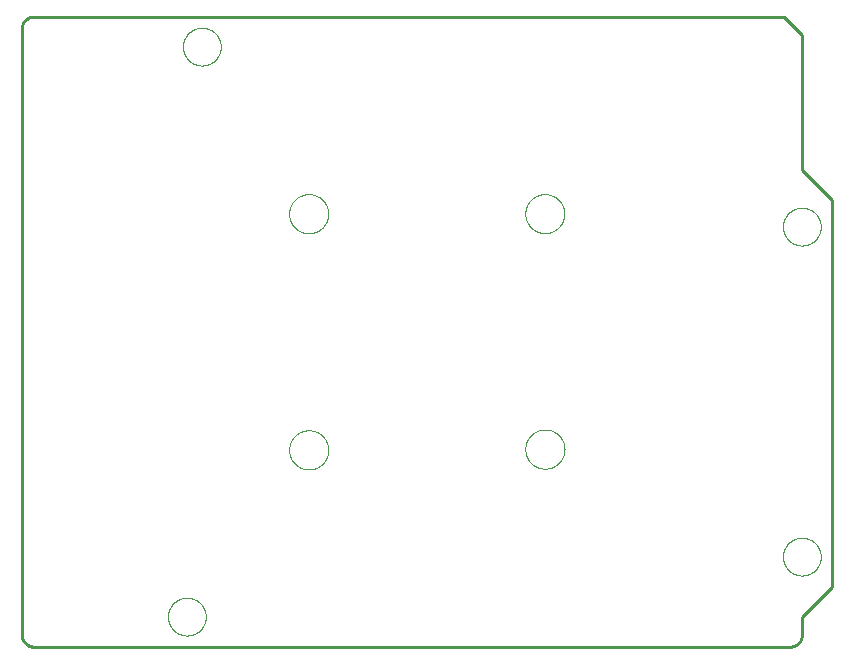
<source format=gbp>
G75*
%MOIN*%
%OFA0B0*%
%FSLAX25Y25*%
%IPPOS*%
%LPD*%
%AMOC8*
5,1,8,0,0,1.08239X$1,22.5*
%
%ADD10C,0.01000*%
%ADD11C,0.00000*%
%ADD12C,0.00039*%
D10*
X0008350Y0009237D02*
X0008350Y0211363D01*
X0008352Y0211487D01*
X0008358Y0211610D01*
X0008367Y0211734D01*
X0008381Y0211856D01*
X0008398Y0211979D01*
X0008420Y0212101D01*
X0008445Y0212222D01*
X0008474Y0212342D01*
X0008506Y0212461D01*
X0008543Y0212580D01*
X0008583Y0212697D01*
X0008626Y0212812D01*
X0008674Y0212927D01*
X0008725Y0213039D01*
X0008779Y0213150D01*
X0008837Y0213260D01*
X0008898Y0213367D01*
X0008963Y0213473D01*
X0009031Y0213576D01*
X0009102Y0213677D01*
X0009176Y0213776D01*
X0009253Y0213873D01*
X0009334Y0213967D01*
X0009417Y0214058D01*
X0009503Y0214147D01*
X0009592Y0214233D01*
X0009683Y0214316D01*
X0009777Y0214397D01*
X0009874Y0214474D01*
X0009973Y0214548D01*
X0010074Y0214619D01*
X0010177Y0214687D01*
X0010283Y0214752D01*
X0010390Y0214813D01*
X0010500Y0214871D01*
X0010611Y0214925D01*
X0010723Y0214976D01*
X0010838Y0215024D01*
X0010953Y0215067D01*
X0011070Y0215107D01*
X0011189Y0215144D01*
X0011308Y0215176D01*
X0011428Y0215205D01*
X0011549Y0215230D01*
X0011671Y0215252D01*
X0011794Y0215269D01*
X0011916Y0215283D01*
X0012040Y0215292D01*
X0012163Y0215298D01*
X0012287Y0215300D01*
X0262350Y0215300D01*
X0268350Y0209300D01*
X0268350Y0164300D01*
X0278350Y0154300D01*
X0278350Y0025300D01*
X0268350Y0015300D01*
X0268350Y0009237D01*
X0268348Y0009113D01*
X0268342Y0008990D01*
X0268333Y0008866D01*
X0268319Y0008744D01*
X0268302Y0008621D01*
X0268280Y0008499D01*
X0268255Y0008378D01*
X0268226Y0008258D01*
X0268194Y0008139D01*
X0268157Y0008020D01*
X0268117Y0007903D01*
X0268074Y0007788D01*
X0268026Y0007673D01*
X0267975Y0007561D01*
X0267921Y0007450D01*
X0267863Y0007340D01*
X0267802Y0007233D01*
X0267737Y0007127D01*
X0267669Y0007024D01*
X0267598Y0006923D01*
X0267524Y0006824D01*
X0267447Y0006727D01*
X0267366Y0006633D01*
X0267283Y0006542D01*
X0267197Y0006453D01*
X0267108Y0006367D01*
X0267017Y0006284D01*
X0266923Y0006203D01*
X0266826Y0006126D01*
X0266727Y0006052D01*
X0266626Y0005981D01*
X0266523Y0005913D01*
X0266417Y0005848D01*
X0266310Y0005787D01*
X0266200Y0005729D01*
X0266089Y0005675D01*
X0265977Y0005624D01*
X0265862Y0005576D01*
X0265747Y0005533D01*
X0265630Y0005493D01*
X0265511Y0005456D01*
X0265392Y0005424D01*
X0265272Y0005395D01*
X0265151Y0005370D01*
X0265029Y0005348D01*
X0264906Y0005331D01*
X0264784Y0005317D01*
X0264660Y0005308D01*
X0264537Y0005302D01*
X0264413Y0005300D01*
X0012287Y0005300D01*
X0012163Y0005302D01*
X0012040Y0005308D01*
X0011916Y0005317D01*
X0011794Y0005331D01*
X0011671Y0005348D01*
X0011549Y0005370D01*
X0011428Y0005395D01*
X0011308Y0005424D01*
X0011189Y0005456D01*
X0011070Y0005493D01*
X0010953Y0005533D01*
X0010838Y0005576D01*
X0010723Y0005624D01*
X0010611Y0005675D01*
X0010500Y0005729D01*
X0010390Y0005787D01*
X0010283Y0005848D01*
X0010177Y0005913D01*
X0010074Y0005981D01*
X0009973Y0006052D01*
X0009874Y0006126D01*
X0009777Y0006203D01*
X0009683Y0006284D01*
X0009592Y0006367D01*
X0009503Y0006453D01*
X0009417Y0006542D01*
X0009334Y0006633D01*
X0009253Y0006727D01*
X0009176Y0006824D01*
X0009102Y0006923D01*
X0009031Y0007024D01*
X0008963Y0007127D01*
X0008898Y0007233D01*
X0008837Y0007340D01*
X0008779Y0007450D01*
X0008725Y0007561D01*
X0008674Y0007673D01*
X0008626Y0007788D01*
X0008583Y0007903D01*
X0008543Y0008020D01*
X0008506Y0008139D01*
X0008474Y0008258D01*
X0008445Y0008378D01*
X0008420Y0008499D01*
X0008398Y0008621D01*
X0008381Y0008744D01*
X0008367Y0008866D01*
X0008358Y0008990D01*
X0008352Y0009113D01*
X0008350Y0009237D01*
D11*
X0057051Y0015300D02*
X0057053Y0015458D01*
X0057059Y0015616D01*
X0057069Y0015774D01*
X0057083Y0015932D01*
X0057101Y0016089D01*
X0057122Y0016246D01*
X0057148Y0016402D01*
X0057178Y0016558D01*
X0057211Y0016713D01*
X0057249Y0016866D01*
X0057290Y0017019D01*
X0057335Y0017171D01*
X0057384Y0017322D01*
X0057437Y0017471D01*
X0057493Y0017619D01*
X0057553Y0017765D01*
X0057617Y0017910D01*
X0057685Y0018053D01*
X0057756Y0018195D01*
X0057830Y0018335D01*
X0057908Y0018472D01*
X0057990Y0018608D01*
X0058074Y0018742D01*
X0058163Y0018873D01*
X0058254Y0019002D01*
X0058349Y0019129D01*
X0058446Y0019254D01*
X0058547Y0019376D01*
X0058651Y0019495D01*
X0058758Y0019612D01*
X0058868Y0019726D01*
X0058981Y0019837D01*
X0059096Y0019946D01*
X0059214Y0020051D01*
X0059335Y0020153D01*
X0059458Y0020253D01*
X0059584Y0020349D01*
X0059712Y0020442D01*
X0059842Y0020532D01*
X0059975Y0020618D01*
X0060110Y0020702D01*
X0060246Y0020781D01*
X0060385Y0020858D01*
X0060526Y0020930D01*
X0060668Y0021000D01*
X0060812Y0021065D01*
X0060958Y0021127D01*
X0061105Y0021185D01*
X0061254Y0021240D01*
X0061404Y0021291D01*
X0061555Y0021338D01*
X0061707Y0021381D01*
X0061860Y0021420D01*
X0062015Y0021456D01*
X0062170Y0021487D01*
X0062326Y0021515D01*
X0062482Y0021539D01*
X0062639Y0021559D01*
X0062797Y0021575D01*
X0062954Y0021587D01*
X0063113Y0021595D01*
X0063271Y0021599D01*
X0063429Y0021599D01*
X0063587Y0021595D01*
X0063746Y0021587D01*
X0063903Y0021575D01*
X0064061Y0021559D01*
X0064218Y0021539D01*
X0064374Y0021515D01*
X0064530Y0021487D01*
X0064685Y0021456D01*
X0064840Y0021420D01*
X0064993Y0021381D01*
X0065145Y0021338D01*
X0065296Y0021291D01*
X0065446Y0021240D01*
X0065595Y0021185D01*
X0065742Y0021127D01*
X0065888Y0021065D01*
X0066032Y0021000D01*
X0066174Y0020930D01*
X0066315Y0020858D01*
X0066454Y0020781D01*
X0066590Y0020702D01*
X0066725Y0020618D01*
X0066858Y0020532D01*
X0066988Y0020442D01*
X0067116Y0020349D01*
X0067242Y0020253D01*
X0067365Y0020153D01*
X0067486Y0020051D01*
X0067604Y0019946D01*
X0067719Y0019837D01*
X0067832Y0019726D01*
X0067942Y0019612D01*
X0068049Y0019495D01*
X0068153Y0019376D01*
X0068254Y0019254D01*
X0068351Y0019129D01*
X0068446Y0019002D01*
X0068537Y0018873D01*
X0068626Y0018742D01*
X0068710Y0018608D01*
X0068792Y0018472D01*
X0068870Y0018335D01*
X0068944Y0018195D01*
X0069015Y0018053D01*
X0069083Y0017910D01*
X0069147Y0017765D01*
X0069207Y0017619D01*
X0069263Y0017471D01*
X0069316Y0017322D01*
X0069365Y0017171D01*
X0069410Y0017019D01*
X0069451Y0016866D01*
X0069489Y0016713D01*
X0069522Y0016558D01*
X0069552Y0016402D01*
X0069578Y0016246D01*
X0069599Y0016089D01*
X0069617Y0015932D01*
X0069631Y0015774D01*
X0069641Y0015616D01*
X0069647Y0015458D01*
X0069649Y0015300D01*
X0069647Y0015142D01*
X0069641Y0014984D01*
X0069631Y0014826D01*
X0069617Y0014668D01*
X0069599Y0014511D01*
X0069578Y0014354D01*
X0069552Y0014198D01*
X0069522Y0014042D01*
X0069489Y0013887D01*
X0069451Y0013734D01*
X0069410Y0013581D01*
X0069365Y0013429D01*
X0069316Y0013278D01*
X0069263Y0013129D01*
X0069207Y0012981D01*
X0069147Y0012835D01*
X0069083Y0012690D01*
X0069015Y0012547D01*
X0068944Y0012405D01*
X0068870Y0012265D01*
X0068792Y0012128D01*
X0068710Y0011992D01*
X0068626Y0011858D01*
X0068537Y0011727D01*
X0068446Y0011598D01*
X0068351Y0011471D01*
X0068254Y0011346D01*
X0068153Y0011224D01*
X0068049Y0011105D01*
X0067942Y0010988D01*
X0067832Y0010874D01*
X0067719Y0010763D01*
X0067604Y0010654D01*
X0067486Y0010549D01*
X0067365Y0010447D01*
X0067242Y0010347D01*
X0067116Y0010251D01*
X0066988Y0010158D01*
X0066858Y0010068D01*
X0066725Y0009982D01*
X0066590Y0009898D01*
X0066454Y0009819D01*
X0066315Y0009742D01*
X0066174Y0009670D01*
X0066032Y0009600D01*
X0065888Y0009535D01*
X0065742Y0009473D01*
X0065595Y0009415D01*
X0065446Y0009360D01*
X0065296Y0009309D01*
X0065145Y0009262D01*
X0064993Y0009219D01*
X0064840Y0009180D01*
X0064685Y0009144D01*
X0064530Y0009113D01*
X0064374Y0009085D01*
X0064218Y0009061D01*
X0064061Y0009041D01*
X0063903Y0009025D01*
X0063746Y0009013D01*
X0063587Y0009005D01*
X0063429Y0009001D01*
X0063271Y0009001D01*
X0063113Y0009005D01*
X0062954Y0009013D01*
X0062797Y0009025D01*
X0062639Y0009041D01*
X0062482Y0009061D01*
X0062326Y0009085D01*
X0062170Y0009113D01*
X0062015Y0009144D01*
X0061860Y0009180D01*
X0061707Y0009219D01*
X0061555Y0009262D01*
X0061404Y0009309D01*
X0061254Y0009360D01*
X0061105Y0009415D01*
X0060958Y0009473D01*
X0060812Y0009535D01*
X0060668Y0009600D01*
X0060526Y0009670D01*
X0060385Y0009742D01*
X0060246Y0009819D01*
X0060110Y0009898D01*
X0059975Y0009982D01*
X0059842Y0010068D01*
X0059712Y0010158D01*
X0059584Y0010251D01*
X0059458Y0010347D01*
X0059335Y0010447D01*
X0059214Y0010549D01*
X0059096Y0010654D01*
X0058981Y0010763D01*
X0058868Y0010874D01*
X0058758Y0010988D01*
X0058651Y0011105D01*
X0058547Y0011224D01*
X0058446Y0011346D01*
X0058349Y0011471D01*
X0058254Y0011598D01*
X0058163Y0011727D01*
X0058074Y0011858D01*
X0057990Y0011992D01*
X0057908Y0012128D01*
X0057830Y0012265D01*
X0057756Y0012405D01*
X0057685Y0012547D01*
X0057617Y0012690D01*
X0057553Y0012835D01*
X0057493Y0012981D01*
X0057437Y0013129D01*
X0057384Y0013278D01*
X0057335Y0013429D01*
X0057290Y0013581D01*
X0057249Y0013734D01*
X0057211Y0013887D01*
X0057178Y0014042D01*
X0057148Y0014198D01*
X0057122Y0014354D01*
X0057101Y0014511D01*
X0057083Y0014668D01*
X0057069Y0014826D01*
X0057059Y0014984D01*
X0057053Y0015142D01*
X0057051Y0015300D01*
X0262051Y0035300D02*
X0262053Y0035458D01*
X0262059Y0035616D01*
X0262069Y0035774D01*
X0262083Y0035932D01*
X0262101Y0036089D01*
X0262122Y0036246D01*
X0262148Y0036402D01*
X0262178Y0036558D01*
X0262211Y0036713D01*
X0262249Y0036866D01*
X0262290Y0037019D01*
X0262335Y0037171D01*
X0262384Y0037322D01*
X0262437Y0037471D01*
X0262493Y0037619D01*
X0262553Y0037765D01*
X0262617Y0037910D01*
X0262685Y0038053D01*
X0262756Y0038195D01*
X0262830Y0038335D01*
X0262908Y0038472D01*
X0262990Y0038608D01*
X0263074Y0038742D01*
X0263163Y0038873D01*
X0263254Y0039002D01*
X0263349Y0039129D01*
X0263446Y0039254D01*
X0263547Y0039376D01*
X0263651Y0039495D01*
X0263758Y0039612D01*
X0263868Y0039726D01*
X0263981Y0039837D01*
X0264096Y0039946D01*
X0264214Y0040051D01*
X0264335Y0040153D01*
X0264458Y0040253D01*
X0264584Y0040349D01*
X0264712Y0040442D01*
X0264842Y0040532D01*
X0264975Y0040618D01*
X0265110Y0040702D01*
X0265246Y0040781D01*
X0265385Y0040858D01*
X0265526Y0040930D01*
X0265668Y0041000D01*
X0265812Y0041065D01*
X0265958Y0041127D01*
X0266105Y0041185D01*
X0266254Y0041240D01*
X0266404Y0041291D01*
X0266555Y0041338D01*
X0266707Y0041381D01*
X0266860Y0041420D01*
X0267015Y0041456D01*
X0267170Y0041487D01*
X0267326Y0041515D01*
X0267482Y0041539D01*
X0267639Y0041559D01*
X0267797Y0041575D01*
X0267954Y0041587D01*
X0268113Y0041595D01*
X0268271Y0041599D01*
X0268429Y0041599D01*
X0268587Y0041595D01*
X0268746Y0041587D01*
X0268903Y0041575D01*
X0269061Y0041559D01*
X0269218Y0041539D01*
X0269374Y0041515D01*
X0269530Y0041487D01*
X0269685Y0041456D01*
X0269840Y0041420D01*
X0269993Y0041381D01*
X0270145Y0041338D01*
X0270296Y0041291D01*
X0270446Y0041240D01*
X0270595Y0041185D01*
X0270742Y0041127D01*
X0270888Y0041065D01*
X0271032Y0041000D01*
X0271174Y0040930D01*
X0271315Y0040858D01*
X0271454Y0040781D01*
X0271590Y0040702D01*
X0271725Y0040618D01*
X0271858Y0040532D01*
X0271988Y0040442D01*
X0272116Y0040349D01*
X0272242Y0040253D01*
X0272365Y0040153D01*
X0272486Y0040051D01*
X0272604Y0039946D01*
X0272719Y0039837D01*
X0272832Y0039726D01*
X0272942Y0039612D01*
X0273049Y0039495D01*
X0273153Y0039376D01*
X0273254Y0039254D01*
X0273351Y0039129D01*
X0273446Y0039002D01*
X0273537Y0038873D01*
X0273626Y0038742D01*
X0273710Y0038608D01*
X0273792Y0038472D01*
X0273870Y0038335D01*
X0273944Y0038195D01*
X0274015Y0038053D01*
X0274083Y0037910D01*
X0274147Y0037765D01*
X0274207Y0037619D01*
X0274263Y0037471D01*
X0274316Y0037322D01*
X0274365Y0037171D01*
X0274410Y0037019D01*
X0274451Y0036866D01*
X0274489Y0036713D01*
X0274522Y0036558D01*
X0274552Y0036402D01*
X0274578Y0036246D01*
X0274599Y0036089D01*
X0274617Y0035932D01*
X0274631Y0035774D01*
X0274641Y0035616D01*
X0274647Y0035458D01*
X0274649Y0035300D01*
X0274647Y0035142D01*
X0274641Y0034984D01*
X0274631Y0034826D01*
X0274617Y0034668D01*
X0274599Y0034511D01*
X0274578Y0034354D01*
X0274552Y0034198D01*
X0274522Y0034042D01*
X0274489Y0033887D01*
X0274451Y0033734D01*
X0274410Y0033581D01*
X0274365Y0033429D01*
X0274316Y0033278D01*
X0274263Y0033129D01*
X0274207Y0032981D01*
X0274147Y0032835D01*
X0274083Y0032690D01*
X0274015Y0032547D01*
X0273944Y0032405D01*
X0273870Y0032265D01*
X0273792Y0032128D01*
X0273710Y0031992D01*
X0273626Y0031858D01*
X0273537Y0031727D01*
X0273446Y0031598D01*
X0273351Y0031471D01*
X0273254Y0031346D01*
X0273153Y0031224D01*
X0273049Y0031105D01*
X0272942Y0030988D01*
X0272832Y0030874D01*
X0272719Y0030763D01*
X0272604Y0030654D01*
X0272486Y0030549D01*
X0272365Y0030447D01*
X0272242Y0030347D01*
X0272116Y0030251D01*
X0271988Y0030158D01*
X0271858Y0030068D01*
X0271725Y0029982D01*
X0271590Y0029898D01*
X0271454Y0029819D01*
X0271315Y0029742D01*
X0271174Y0029670D01*
X0271032Y0029600D01*
X0270888Y0029535D01*
X0270742Y0029473D01*
X0270595Y0029415D01*
X0270446Y0029360D01*
X0270296Y0029309D01*
X0270145Y0029262D01*
X0269993Y0029219D01*
X0269840Y0029180D01*
X0269685Y0029144D01*
X0269530Y0029113D01*
X0269374Y0029085D01*
X0269218Y0029061D01*
X0269061Y0029041D01*
X0268903Y0029025D01*
X0268746Y0029013D01*
X0268587Y0029005D01*
X0268429Y0029001D01*
X0268271Y0029001D01*
X0268113Y0029005D01*
X0267954Y0029013D01*
X0267797Y0029025D01*
X0267639Y0029041D01*
X0267482Y0029061D01*
X0267326Y0029085D01*
X0267170Y0029113D01*
X0267015Y0029144D01*
X0266860Y0029180D01*
X0266707Y0029219D01*
X0266555Y0029262D01*
X0266404Y0029309D01*
X0266254Y0029360D01*
X0266105Y0029415D01*
X0265958Y0029473D01*
X0265812Y0029535D01*
X0265668Y0029600D01*
X0265526Y0029670D01*
X0265385Y0029742D01*
X0265246Y0029819D01*
X0265110Y0029898D01*
X0264975Y0029982D01*
X0264842Y0030068D01*
X0264712Y0030158D01*
X0264584Y0030251D01*
X0264458Y0030347D01*
X0264335Y0030447D01*
X0264214Y0030549D01*
X0264096Y0030654D01*
X0263981Y0030763D01*
X0263868Y0030874D01*
X0263758Y0030988D01*
X0263651Y0031105D01*
X0263547Y0031224D01*
X0263446Y0031346D01*
X0263349Y0031471D01*
X0263254Y0031598D01*
X0263163Y0031727D01*
X0263074Y0031858D01*
X0262990Y0031992D01*
X0262908Y0032128D01*
X0262830Y0032265D01*
X0262756Y0032405D01*
X0262685Y0032547D01*
X0262617Y0032690D01*
X0262553Y0032835D01*
X0262493Y0032981D01*
X0262437Y0033129D01*
X0262384Y0033278D01*
X0262335Y0033429D01*
X0262290Y0033581D01*
X0262249Y0033734D01*
X0262211Y0033887D01*
X0262178Y0034042D01*
X0262148Y0034198D01*
X0262122Y0034354D01*
X0262101Y0034511D01*
X0262083Y0034668D01*
X0262069Y0034826D01*
X0262059Y0034984D01*
X0262053Y0035142D01*
X0262051Y0035300D01*
X0262051Y0145300D02*
X0262053Y0145458D01*
X0262059Y0145616D01*
X0262069Y0145774D01*
X0262083Y0145932D01*
X0262101Y0146089D01*
X0262122Y0146246D01*
X0262148Y0146402D01*
X0262178Y0146558D01*
X0262211Y0146713D01*
X0262249Y0146866D01*
X0262290Y0147019D01*
X0262335Y0147171D01*
X0262384Y0147322D01*
X0262437Y0147471D01*
X0262493Y0147619D01*
X0262553Y0147765D01*
X0262617Y0147910D01*
X0262685Y0148053D01*
X0262756Y0148195D01*
X0262830Y0148335D01*
X0262908Y0148472D01*
X0262990Y0148608D01*
X0263074Y0148742D01*
X0263163Y0148873D01*
X0263254Y0149002D01*
X0263349Y0149129D01*
X0263446Y0149254D01*
X0263547Y0149376D01*
X0263651Y0149495D01*
X0263758Y0149612D01*
X0263868Y0149726D01*
X0263981Y0149837D01*
X0264096Y0149946D01*
X0264214Y0150051D01*
X0264335Y0150153D01*
X0264458Y0150253D01*
X0264584Y0150349D01*
X0264712Y0150442D01*
X0264842Y0150532D01*
X0264975Y0150618D01*
X0265110Y0150702D01*
X0265246Y0150781D01*
X0265385Y0150858D01*
X0265526Y0150930D01*
X0265668Y0151000D01*
X0265812Y0151065D01*
X0265958Y0151127D01*
X0266105Y0151185D01*
X0266254Y0151240D01*
X0266404Y0151291D01*
X0266555Y0151338D01*
X0266707Y0151381D01*
X0266860Y0151420D01*
X0267015Y0151456D01*
X0267170Y0151487D01*
X0267326Y0151515D01*
X0267482Y0151539D01*
X0267639Y0151559D01*
X0267797Y0151575D01*
X0267954Y0151587D01*
X0268113Y0151595D01*
X0268271Y0151599D01*
X0268429Y0151599D01*
X0268587Y0151595D01*
X0268746Y0151587D01*
X0268903Y0151575D01*
X0269061Y0151559D01*
X0269218Y0151539D01*
X0269374Y0151515D01*
X0269530Y0151487D01*
X0269685Y0151456D01*
X0269840Y0151420D01*
X0269993Y0151381D01*
X0270145Y0151338D01*
X0270296Y0151291D01*
X0270446Y0151240D01*
X0270595Y0151185D01*
X0270742Y0151127D01*
X0270888Y0151065D01*
X0271032Y0151000D01*
X0271174Y0150930D01*
X0271315Y0150858D01*
X0271454Y0150781D01*
X0271590Y0150702D01*
X0271725Y0150618D01*
X0271858Y0150532D01*
X0271988Y0150442D01*
X0272116Y0150349D01*
X0272242Y0150253D01*
X0272365Y0150153D01*
X0272486Y0150051D01*
X0272604Y0149946D01*
X0272719Y0149837D01*
X0272832Y0149726D01*
X0272942Y0149612D01*
X0273049Y0149495D01*
X0273153Y0149376D01*
X0273254Y0149254D01*
X0273351Y0149129D01*
X0273446Y0149002D01*
X0273537Y0148873D01*
X0273626Y0148742D01*
X0273710Y0148608D01*
X0273792Y0148472D01*
X0273870Y0148335D01*
X0273944Y0148195D01*
X0274015Y0148053D01*
X0274083Y0147910D01*
X0274147Y0147765D01*
X0274207Y0147619D01*
X0274263Y0147471D01*
X0274316Y0147322D01*
X0274365Y0147171D01*
X0274410Y0147019D01*
X0274451Y0146866D01*
X0274489Y0146713D01*
X0274522Y0146558D01*
X0274552Y0146402D01*
X0274578Y0146246D01*
X0274599Y0146089D01*
X0274617Y0145932D01*
X0274631Y0145774D01*
X0274641Y0145616D01*
X0274647Y0145458D01*
X0274649Y0145300D01*
X0274647Y0145142D01*
X0274641Y0144984D01*
X0274631Y0144826D01*
X0274617Y0144668D01*
X0274599Y0144511D01*
X0274578Y0144354D01*
X0274552Y0144198D01*
X0274522Y0144042D01*
X0274489Y0143887D01*
X0274451Y0143734D01*
X0274410Y0143581D01*
X0274365Y0143429D01*
X0274316Y0143278D01*
X0274263Y0143129D01*
X0274207Y0142981D01*
X0274147Y0142835D01*
X0274083Y0142690D01*
X0274015Y0142547D01*
X0273944Y0142405D01*
X0273870Y0142265D01*
X0273792Y0142128D01*
X0273710Y0141992D01*
X0273626Y0141858D01*
X0273537Y0141727D01*
X0273446Y0141598D01*
X0273351Y0141471D01*
X0273254Y0141346D01*
X0273153Y0141224D01*
X0273049Y0141105D01*
X0272942Y0140988D01*
X0272832Y0140874D01*
X0272719Y0140763D01*
X0272604Y0140654D01*
X0272486Y0140549D01*
X0272365Y0140447D01*
X0272242Y0140347D01*
X0272116Y0140251D01*
X0271988Y0140158D01*
X0271858Y0140068D01*
X0271725Y0139982D01*
X0271590Y0139898D01*
X0271454Y0139819D01*
X0271315Y0139742D01*
X0271174Y0139670D01*
X0271032Y0139600D01*
X0270888Y0139535D01*
X0270742Y0139473D01*
X0270595Y0139415D01*
X0270446Y0139360D01*
X0270296Y0139309D01*
X0270145Y0139262D01*
X0269993Y0139219D01*
X0269840Y0139180D01*
X0269685Y0139144D01*
X0269530Y0139113D01*
X0269374Y0139085D01*
X0269218Y0139061D01*
X0269061Y0139041D01*
X0268903Y0139025D01*
X0268746Y0139013D01*
X0268587Y0139005D01*
X0268429Y0139001D01*
X0268271Y0139001D01*
X0268113Y0139005D01*
X0267954Y0139013D01*
X0267797Y0139025D01*
X0267639Y0139041D01*
X0267482Y0139061D01*
X0267326Y0139085D01*
X0267170Y0139113D01*
X0267015Y0139144D01*
X0266860Y0139180D01*
X0266707Y0139219D01*
X0266555Y0139262D01*
X0266404Y0139309D01*
X0266254Y0139360D01*
X0266105Y0139415D01*
X0265958Y0139473D01*
X0265812Y0139535D01*
X0265668Y0139600D01*
X0265526Y0139670D01*
X0265385Y0139742D01*
X0265246Y0139819D01*
X0265110Y0139898D01*
X0264975Y0139982D01*
X0264842Y0140068D01*
X0264712Y0140158D01*
X0264584Y0140251D01*
X0264458Y0140347D01*
X0264335Y0140447D01*
X0264214Y0140549D01*
X0264096Y0140654D01*
X0263981Y0140763D01*
X0263868Y0140874D01*
X0263758Y0140988D01*
X0263651Y0141105D01*
X0263547Y0141224D01*
X0263446Y0141346D01*
X0263349Y0141471D01*
X0263254Y0141598D01*
X0263163Y0141727D01*
X0263074Y0141858D01*
X0262990Y0141992D01*
X0262908Y0142128D01*
X0262830Y0142265D01*
X0262756Y0142405D01*
X0262685Y0142547D01*
X0262617Y0142690D01*
X0262553Y0142835D01*
X0262493Y0142981D01*
X0262437Y0143129D01*
X0262384Y0143278D01*
X0262335Y0143429D01*
X0262290Y0143581D01*
X0262249Y0143734D01*
X0262211Y0143887D01*
X0262178Y0144042D01*
X0262148Y0144198D01*
X0262122Y0144354D01*
X0262101Y0144511D01*
X0262083Y0144668D01*
X0262069Y0144826D01*
X0262059Y0144984D01*
X0262053Y0145142D01*
X0262051Y0145300D01*
X0062051Y0205300D02*
X0062053Y0205458D01*
X0062059Y0205616D01*
X0062069Y0205774D01*
X0062083Y0205932D01*
X0062101Y0206089D01*
X0062122Y0206246D01*
X0062148Y0206402D01*
X0062178Y0206558D01*
X0062211Y0206713D01*
X0062249Y0206866D01*
X0062290Y0207019D01*
X0062335Y0207171D01*
X0062384Y0207322D01*
X0062437Y0207471D01*
X0062493Y0207619D01*
X0062553Y0207765D01*
X0062617Y0207910D01*
X0062685Y0208053D01*
X0062756Y0208195D01*
X0062830Y0208335D01*
X0062908Y0208472D01*
X0062990Y0208608D01*
X0063074Y0208742D01*
X0063163Y0208873D01*
X0063254Y0209002D01*
X0063349Y0209129D01*
X0063446Y0209254D01*
X0063547Y0209376D01*
X0063651Y0209495D01*
X0063758Y0209612D01*
X0063868Y0209726D01*
X0063981Y0209837D01*
X0064096Y0209946D01*
X0064214Y0210051D01*
X0064335Y0210153D01*
X0064458Y0210253D01*
X0064584Y0210349D01*
X0064712Y0210442D01*
X0064842Y0210532D01*
X0064975Y0210618D01*
X0065110Y0210702D01*
X0065246Y0210781D01*
X0065385Y0210858D01*
X0065526Y0210930D01*
X0065668Y0211000D01*
X0065812Y0211065D01*
X0065958Y0211127D01*
X0066105Y0211185D01*
X0066254Y0211240D01*
X0066404Y0211291D01*
X0066555Y0211338D01*
X0066707Y0211381D01*
X0066860Y0211420D01*
X0067015Y0211456D01*
X0067170Y0211487D01*
X0067326Y0211515D01*
X0067482Y0211539D01*
X0067639Y0211559D01*
X0067797Y0211575D01*
X0067954Y0211587D01*
X0068113Y0211595D01*
X0068271Y0211599D01*
X0068429Y0211599D01*
X0068587Y0211595D01*
X0068746Y0211587D01*
X0068903Y0211575D01*
X0069061Y0211559D01*
X0069218Y0211539D01*
X0069374Y0211515D01*
X0069530Y0211487D01*
X0069685Y0211456D01*
X0069840Y0211420D01*
X0069993Y0211381D01*
X0070145Y0211338D01*
X0070296Y0211291D01*
X0070446Y0211240D01*
X0070595Y0211185D01*
X0070742Y0211127D01*
X0070888Y0211065D01*
X0071032Y0211000D01*
X0071174Y0210930D01*
X0071315Y0210858D01*
X0071454Y0210781D01*
X0071590Y0210702D01*
X0071725Y0210618D01*
X0071858Y0210532D01*
X0071988Y0210442D01*
X0072116Y0210349D01*
X0072242Y0210253D01*
X0072365Y0210153D01*
X0072486Y0210051D01*
X0072604Y0209946D01*
X0072719Y0209837D01*
X0072832Y0209726D01*
X0072942Y0209612D01*
X0073049Y0209495D01*
X0073153Y0209376D01*
X0073254Y0209254D01*
X0073351Y0209129D01*
X0073446Y0209002D01*
X0073537Y0208873D01*
X0073626Y0208742D01*
X0073710Y0208608D01*
X0073792Y0208472D01*
X0073870Y0208335D01*
X0073944Y0208195D01*
X0074015Y0208053D01*
X0074083Y0207910D01*
X0074147Y0207765D01*
X0074207Y0207619D01*
X0074263Y0207471D01*
X0074316Y0207322D01*
X0074365Y0207171D01*
X0074410Y0207019D01*
X0074451Y0206866D01*
X0074489Y0206713D01*
X0074522Y0206558D01*
X0074552Y0206402D01*
X0074578Y0206246D01*
X0074599Y0206089D01*
X0074617Y0205932D01*
X0074631Y0205774D01*
X0074641Y0205616D01*
X0074647Y0205458D01*
X0074649Y0205300D01*
X0074647Y0205142D01*
X0074641Y0204984D01*
X0074631Y0204826D01*
X0074617Y0204668D01*
X0074599Y0204511D01*
X0074578Y0204354D01*
X0074552Y0204198D01*
X0074522Y0204042D01*
X0074489Y0203887D01*
X0074451Y0203734D01*
X0074410Y0203581D01*
X0074365Y0203429D01*
X0074316Y0203278D01*
X0074263Y0203129D01*
X0074207Y0202981D01*
X0074147Y0202835D01*
X0074083Y0202690D01*
X0074015Y0202547D01*
X0073944Y0202405D01*
X0073870Y0202265D01*
X0073792Y0202128D01*
X0073710Y0201992D01*
X0073626Y0201858D01*
X0073537Y0201727D01*
X0073446Y0201598D01*
X0073351Y0201471D01*
X0073254Y0201346D01*
X0073153Y0201224D01*
X0073049Y0201105D01*
X0072942Y0200988D01*
X0072832Y0200874D01*
X0072719Y0200763D01*
X0072604Y0200654D01*
X0072486Y0200549D01*
X0072365Y0200447D01*
X0072242Y0200347D01*
X0072116Y0200251D01*
X0071988Y0200158D01*
X0071858Y0200068D01*
X0071725Y0199982D01*
X0071590Y0199898D01*
X0071454Y0199819D01*
X0071315Y0199742D01*
X0071174Y0199670D01*
X0071032Y0199600D01*
X0070888Y0199535D01*
X0070742Y0199473D01*
X0070595Y0199415D01*
X0070446Y0199360D01*
X0070296Y0199309D01*
X0070145Y0199262D01*
X0069993Y0199219D01*
X0069840Y0199180D01*
X0069685Y0199144D01*
X0069530Y0199113D01*
X0069374Y0199085D01*
X0069218Y0199061D01*
X0069061Y0199041D01*
X0068903Y0199025D01*
X0068746Y0199013D01*
X0068587Y0199005D01*
X0068429Y0199001D01*
X0068271Y0199001D01*
X0068113Y0199005D01*
X0067954Y0199013D01*
X0067797Y0199025D01*
X0067639Y0199041D01*
X0067482Y0199061D01*
X0067326Y0199085D01*
X0067170Y0199113D01*
X0067015Y0199144D01*
X0066860Y0199180D01*
X0066707Y0199219D01*
X0066555Y0199262D01*
X0066404Y0199309D01*
X0066254Y0199360D01*
X0066105Y0199415D01*
X0065958Y0199473D01*
X0065812Y0199535D01*
X0065668Y0199600D01*
X0065526Y0199670D01*
X0065385Y0199742D01*
X0065246Y0199819D01*
X0065110Y0199898D01*
X0064975Y0199982D01*
X0064842Y0200068D01*
X0064712Y0200158D01*
X0064584Y0200251D01*
X0064458Y0200347D01*
X0064335Y0200447D01*
X0064214Y0200549D01*
X0064096Y0200654D01*
X0063981Y0200763D01*
X0063868Y0200874D01*
X0063758Y0200988D01*
X0063651Y0201105D01*
X0063547Y0201224D01*
X0063446Y0201346D01*
X0063349Y0201471D01*
X0063254Y0201598D01*
X0063163Y0201727D01*
X0063074Y0201858D01*
X0062990Y0201992D01*
X0062908Y0202128D01*
X0062830Y0202265D01*
X0062756Y0202405D01*
X0062685Y0202547D01*
X0062617Y0202690D01*
X0062553Y0202835D01*
X0062493Y0202981D01*
X0062437Y0203129D01*
X0062384Y0203278D01*
X0062335Y0203429D01*
X0062290Y0203581D01*
X0062249Y0203734D01*
X0062211Y0203887D01*
X0062178Y0204042D01*
X0062148Y0204198D01*
X0062122Y0204354D01*
X0062101Y0204511D01*
X0062083Y0204668D01*
X0062069Y0204826D01*
X0062059Y0204984D01*
X0062053Y0205142D01*
X0062051Y0205300D01*
D12*
X0097448Y0149603D02*
X0097450Y0149443D01*
X0097456Y0149283D01*
X0097466Y0149123D01*
X0097479Y0148964D01*
X0097497Y0148805D01*
X0097519Y0148646D01*
X0097544Y0148488D01*
X0097573Y0148331D01*
X0097606Y0148174D01*
X0097643Y0148019D01*
X0097684Y0147864D01*
X0097729Y0147710D01*
X0097777Y0147558D01*
X0097829Y0147406D01*
X0097885Y0147256D01*
X0097944Y0147108D01*
X0098007Y0146961D01*
X0098074Y0146815D01*
X0098144Y0146672D01*
X0098218Y0146529D01*
X0098295Y0146389D01*
X0098376Y0146251D01*
X0098460Y0146115D01*
X0098547Y0145981D01*
X0098637Y0145849D01*
X0098731Y0145719D01*
X0098828Y0145592D01*
X0098928Y0145467D01*
X0099031Y0145344D01*
X0099137Y0145224D01*
X0099246Y0145107D01*
X0099358Y0144993D01*
X0099472Y0144881D01*
X0099589Y0144772D01*
X0099709Y0144666D01*
X0099832Y0144563D01*
X0099957Y0144463D01*
X0100084Y0144366D01*
X0100214Y0144272D01*
X0100346Y0144182D01*
X0100480Y0144095D01*
X0100616Y0144011D01*
X0100754Y0143930D01*
X0100894Y0143853D01*
X0101037Y0143779D01*
X0101180Y0143709D01*
X0101326Y0143642D01*
X0101473Y0143579D01*
X0101621Y0143520D01*
X0101771Y0143464D01*
X0101923Y0143412D01*
X0102075Y0143364D01*
X0102229Y0143319D01*
X0102384Y0143278D01*
X0102539Y0143241D01*
X0102696Y0143208D01*
X0102853Y0143179D01*
X0103011Y0143154D01*
X0103170Y0143132D01*
X0103329Y0143114D01*
X0103488Y0143101D01*
X0103648Y0143091D01*
X0103808Y0143085D01*
X0103968Y0143083D01*
X0104128Y0143085D01*
X0104288Y0143091D01*
X0104448Y0143101D01*
X0104607Y0143114D01*
X0104766Y0143132D01*
X0104925Y0143154D01*
X0105083Y0143179D01*
X0105240Y0143208D01*
X0105397Y0143241D01*
X0105552Y0143278D01*
X0105707Y0143319D01*
X0105861Y0143364D01*
X0106013Y0143412D01*
X0106165Y0143464D01*
X0106315Y0143520D01*
X0106463Y0143579D01*
X0106610Y0143642D01*
X0106756Y0143709D01*
X0106899Y0143779D01*
X0107042Y0143853D01*
X0107182Y0143930D01*
X0107320Y0144011D01*
X0107456Y0144095D01*
X0107590Y0144182D01*
X0107722Y0144272D01*
X0107852Y0144366D01*
X0107979Y0144463D01*
X0108104Y0144563D01*
X0108227Y0144666D01*
X0108347Y0144772D01*
X0108464Y0144881D01*
X0108578Y0144993D01*
X0108690Y0145107D01*
X0108799Y0145224D01*
X0108905Y0145344D01*
X0109008Y0145467D01*
X0109108Y0145592D01*
X0109205Y0145719D01*
X0109299Y0145849D01*
X0109389Y0145981D01*
X0109476Y0146115D01*
X0109560Y0146251D01*
X0109641Y0146389D01*
X0109718Y0146529D01*
X0109792Y0146672D01*
X0109862Y0146815D01*
X0109929Y0146961D01*
X0109992Y0147108D01*
X0110051Y0147256D01*
X0110107Y0147406D01*
X0110159Y0147558D01*
X0110207Y0147710D01*
X0110252Y0147864D01*
X0110293Y0148019D01*
X0110330Y0148174D01*
X0110363Y0148331D01*
X0110392Y0148488D01*
X0110417Y0148646D01*
X0110439Y0148805D01*
X0110457Y0148964D01*
X0110470Y0149123D01*
X0110480Y0149283D01*
X0110486Y0149443D01*
X0110488Y0149603D01*
X0110486Y0149763D01*
X0110480Y0149923D01*
X0110470Y0150083D01*
X0110457Y0150242D01*
X0110439Y0150401D01*
X0110417Y0150560D01*
X0110392Y0150718D01*
X0110363Y0150875D01*
X0110330Y0151032D01*
X0110293Y0151187D01*
X0110252Y0151342D01*
X0110207Y0151496D01*
X0110159Y0151648D01*
X0110107Y0151800D01*
X0110051Y0151950D01*
X0109992Y0152098D01*
X0109929Y0152245D01*
X0109862Y0152391D01*
X0109792Y0152534D01*
X0109718Y0152677D01*
X0109641Y0152817D01*
X0109560Y0152955D01*
X0109476Y0153091D01*
X0109389Y0153225D01*
X0109299Y0153357D01*
X0109205Y0153487D01*
X0109108Y0153614D01*
X0109008Y0153739D01*
X0108905Y0153862D01*
X0108799Y0153982D01*
X0108690Y0154099D01*
X0108578Y0154213D01*
X0108464Y0154325D01*
X0108347Y0154434D01*
X0108227Y0154540D01*
X0108104Y0154643D01*
X0107979Y0154743D01*
X0107852Y0154840D01*
X0107722Y0154934D01*
X0107590Y0155024D01*
X0107456Y0155111D01*
X0107320Y0155195D01*
X0107182Y0155276D01*
X0107042Y0155353D01*
X0106899Y0155427D01*
X0106756Y0155497D01*
X0106610Y0155564D01*
X0106463Y0155627D01*
X0106315Y0155686D01*
X0106165Y0155742D01*
X0106013Y0155794D01*
X0105861Y0155842D01*
X0105707Y0155887D01*
X0105552Y0155928D01*
X0105397Y0155965D01*
X0105240Y0155998D01*
X0105083Y0156027D01*
X0104925Y0156052D01*
X0104766Y0156074D01*
X0104607Y0156092D01*
X0104448Y0156105D01*
X0104288Y0156115D01*
X0104128Y0156121D01*
X0103968Y0156123D01*
X0103808Y0156121D01*
X0103648Y0156115D01*
X0103488Y0156105D01*
X0103329Y0156092D01*
X0103170Y0156074D01*
X0103011Y0156052D01*
X0102853Y0156027D01*
X0102696Y0155998D01*
X0102539Y0155965D01*
X0102384Y0155928D01*
X0102229Y0155887D01*
X0102075Y0155842D01*
X0101923Y0155794D01*
X0101771Y0155742D01*
X0101621Y0155686D01*
X0101473Y0155627D01*
X0101326Y0155564D01*
X0101180Y0155497D01*
X0101037Y0155427D01*
X0100894Y0155353D01*
X0100754Y0155276D01*
X0100616Y0155195D01*
X0100480Y0155111D01*
X0100346Y0155024D01*
X0100214Y0154934D01*
X0100084Y0154840D01*
X0099957Y0154743D01*
X0099832Y0154643D01*
X0099709Y0154540D01*
X0099589Y0154434D01*
X0099472Y0154325D01*
X0099358Y0154213D01*
X0099246Y0154099D01*
X0099137Y0153982D01*
X0099031Y0153862D01*
X0098928Y0153739D01*
X0098828Y0153614D01*
X0098731Y0153487D01*
X0098637Y0153357D01*
X0098547Y0153225D01*
X0098460Y0153091D01*
X0098376Y0152955D01*
X0098295Y0152817D01*
X0098218Y0152677D01*
X0098144Y0152534D01*
X0098074Y0152391D01*
X0098007Y0152245D01*
X0097944Y0152098D01*
X0097885Y0151950D01*
X0097829Y0151800D01*
X0097777Y0151648D01*
X0097729Y0151496D01*
X0097684Y0151342D01*
X0097643Y0151187D01*
X0097606Y0151032D01*
X0097573Y0150875D01*
X0097544Y0150718D01*
X0097519Y0150560D01*
X0097497Y0150401D01*
X0097479Y0150242D01*
X0097466Y0150083D01*
X0097456Y0149923D01*
X0097450Y0149763D01*
X0097448Y0149603D01*
X0176189Y0149631D02*
X0176191Y0149472D01*
X0176197Y0149312D01*
X0176207Y0149153D01*
X0176220Y0148995D01*
X0176238Y0148836D01*
X0176259Y0148678D01*
X0176285Y0148521D01*
X0176314Y0148364D01*
X0176347Y0148209D01*
X0176384Y0148054D01*
X0176424Y0147900D01*
X0176469Y0147746D01*
X0176517Y0147595D01*
X0176568Y0147444D01*
X0176624Y0147295D01*
X0176683Y0147147D01*
X0176746Y0147000D01*
X0176812Y0146855D01*
X0176882Y0146712D01*
X0176956Y0146571D01*
X0177032Y0146431D01*
X0177113Y0146293D01*
X0177196Y0146158D01*
X0177283Y0146024D01*
X0177373Y0145893D01*
X0177467Y0145764D01*
X0177563Y0145637D01*
X0177663Y0145513D01*
X0177765Y0145391D01*
X0177871Y0145271D01*
X0177979Y0145155D01*
X0178090Y0145040D01*
X0178205Y0144929D01*
X0178321Y0144821D01*
X0178441Y0144715D01*
X0178563Y0144613D01*
X0178687Y0144513D01*
X0178814Y0144417D01*
X0178943Y0144323D01*
X0179074Y0144233D01*
X0179208Y0144146D01*
X0179343Y0144063D01*
X0179481Y0143982D01*
X0179621Y0143906D01*
X0179762Y0143832D01*
X0179905Y0143762D01*
X0180050Y0143696D01*
X0180197Y0143633D01*
X0180345Y0143574D01*
X0180494Y0143518D01*
X0180645Y0143467D01*
X0180796Y0143419D01*
X0180950Y0143374D01*
X0181104Y0143334D01*
X0181259Y0143297D01*
X0181414Y0143264D01*
X0181571Y0143235D01*
X0181728Y0143209D01*
X0181886Y0143188D01*
X0182045Y0143170D01*
X0182203Y0143157D01*
X0182362Y0143147D01*
X0182522Y0143141D01*
X0182681Y0143139D01*
X0182840Y0143141D01*
X0183000Y0143147D01*
X0183159Y0143157D01*
X0183317Y0143170D01*
X0183476Y0143188D01*
X0183634Y0143209D01*
X0183791Y0143235D01*
X0183948Y0143264D01*
X0184103Y0143297D01*
X0184258Y0143334D01*
X0184412Y0143374D01*
X0184566Y0143419D01*
X0184717Y0143467D01*
X0184868Y0143518D01*
X0185017Y0143574D01*
X0185165Y0143633D01*
X0185312Y0143696D01*
X0185457Y0143762D01*
X0185600Y0143832D01*
X0185741Y0143906D01*
X0185881Y0143982D01*
X0186019Y0144063D01*
X0186154Y0144146D01*
X0186288Y0144233D01*
X0186419Y0144323D01*
X0186548Y0144417D01*
X0186675Y0144513D01*
X0186799Y0144613D01*
X0186921Y0144715D01*
X0187041Y0144821D01*
X0187157Y0144929D01*
X0187272Y0145040D01*
X0187383Y0145155D01*
X0187491Y0145271D01*
X0187597Y0145391D01*
X0187699Y0145513D01*
X0187799Y0145637D01*
X0187895Y0145764D01*
X0187989Y0145893D01*
X0188079Y0146024D01*
X0188166Y0146158D01*
X0188249Y0146293D01*
X0188330Y0146431D01*
X0188406Y0146571D01*
X0188480Y0146712D01*
X0188550Y0146855D01*
X0188616Y0147000D01*
X0188679Y0147147D01*
X0188738Y0147295D01*
X0188794Y0147444D01*
X0188845Y0147595D01*
X0188893Y0147746D01*
X0188938Y0147900D01*
X0188978Y0148054D01*
X0189015Y0148209D01*
X0189048Y0148364D01*
X0189077Y0148521D01*
X0189103Y0148678D01*
X0189124Y0148836D01*
X0189142Y0148995D01*
X0189155Y0149153D01*
X0189165Y0149312D01*
X0189171Y0149472D01*
X0189173Y0149631D01*
X0189171Y0149790D01*
X0189165Y0149950D01*
X0189155Y0150109D01*
X0189142Y0150267D01*
X0189124Y0150426D01*
X0189103Y0150584D01*
X0189077Y0150741D01*
X0189048Y0150898D01*
X0189015Y0151053D01*
X0188978Y0151208D01*
X0188938Y0151362D01*
X0188893Y0151516D01*
X0188845Y0151667D01*
X0188794Y0151818D01*
X0188738Y0151967D01*
X0188679Y0152115D01*
X0188616Y0152262D01*
X0188550Y0152407D01*
X0188480Y0152550D01*
X0188406Y0152691D01*
X0188330Y0152831D01*
X0188249Y0152969D01*
X0188166Y0153104D01*
X0188079Y0153238D01*
X0187989Y0153369D01*
X0187895Y0153498D01*
X0187799Y0153625D01*
X0187699Y0153749D01*
X0187597Y0153871D01*
X0187491Y0153991D01*
X0187383Y0154107D01*
X0187272Y0154222D01*
X0187157Y0154333D01*
X0187041Y0154441D01*
X0186921Y0154547D01*
X0186799Y0154649D01*
X0186675Y0154749D01*
X0186548Y0154845D01*
X0186419Y0154939D01*
X0186288Y0155029D01*
X0186154Y0155116D01*
X0186019Y0155199D01*
X0185881Y0155280D01*
X0185741Y0155356D01*
X0185600Y0155430D01*
X0185457Y0155500D01*
X0185312Y0155566D01*
X0185165Y0155629D01*
X0185017Y0155688D01*
X0184868Y0155744D01*
X0184717Y0155795D01*
X0184566Y0155843D01*
X0184412Y0155888D01*
X0184258Y0155928D01*
X0184103Y0155965D01*
X0183948Y0155998D01*
X0183791Y0156027D01*
X0183634Y0156053D01*
X0183476Y0156074D01*
X0183317Y0156092D01*
X0183159Y0156105D01*
X0183000Y0156115D01*
X0182840Y0156121D01*
X0182681Y0156123D01*
X0182522Y0156121D01*
X0182362Y0156115D01*
X0182203Y0156105D01*
X0182045Y0156092D01*
X0181886Y0156074D01*
X0181728Y0156053D01*
X0181571Y0156027D01*
X0181414Y0155998D01*
X0181259Y0155965D01*
X0181104Y0155928D01*
X0180950Y0155888D01*
X0180796Y0155843D01*
X0180645Y0155795D01*
X0180494Y0155744D01*
X0180345Y0155688D01*
X0180197Y0155629D01*
X0180050Y0155566D01*
X0179905Y0155500D01*
X0179762Y0155430D01*
X0179621Y0155356D01*
X0179481Y0155280D01*
X0179343Y0155199D01*
X0179208Y0155116D01*
X0179074Y0155029D01*
X0178943Y0154939D01*
X0178814Y0154845D01*
X0178687Y0154749D01*
X0178563Y0154649D01*
X0178441Y0154547D01*
X0178321Y0154441D01*
X0178205Y0154333D01*
X0178090Y0154222D01*
X0177979Y0154107D01*
X0177871Y0153991D01*
X0177765Y0153871D01*
X0177663Y0153749D01*
X0177563Y0153625D01*
X0177467Y0153498D01*
X0177373Y0153369D01*
X0177283Y0153238D01*
X0177196Y0153104D01*
X0177113Y0152969D01*
X0177032Y0152831D01*
X0176956Y0152691D01*
X0176882Y0152550D01*
X0176812Y0152407D01*
X0176746Y0152262D01*
X0176683Y0152115D01*
X0176624Y0151967D01*
X0176568Y0151818D01*
X0176517Y0151667D01*
X0176469Y0151516D01*
X0176424Y0151362D01*
X0176384Y0151208D01*
X0176347Y0151053D01*
X0176314Y0150898D01*
X0176285Y0150741D01*
X0176259Y0150584D01*
X0176238Y0150426D01*
X0176220Y0150267D01*
X0176207Y0150109D01*
X0176197Y0149950D01*
X0176191Y0149790D01*
X0176189Y0149631D01*
X0176184Y0071158D02*
X0176186Y0070998D01*
X0176192Y0070838D01*
X0176202Y0070678D01*
X0176215Y0070518D01*
X0176233Y0070359D01*
X0176255Y0070200D01*
X0176280Y0070042D01*
X0176309Y0069884D01*
X0176343Y0069728D01*
X0176380Y0069572D01*
X0176420Y0069417D01*
X0176465Y0069263D01*
X0176513Y0069110D01*
X0176566Y0068959D01*
X0176621Y0068809D01*
X0176681Y0068660D01*
X0176744Y0068513D01*
X0176811Y0068367D01*
X0176881Y0068223D01*
X0176955Y0068081D01*
X0177032Y0067940D01*
X0177113Y0067802D01*
X0177197Y0067666D01*
X0177284Y0067531D01*
X0177375Y0067399D01*
X0177469Y0067269D01*
X0177566Y0067142D01*
X0177666Y0067017D01*
X0177769Y0066894D01*
X0177875Y0066774D01*
X0177984Y0066657D01*
X0178096Y0066542D01*
X0178211Y0066430D01*
X0178328Y0066321D01*
X0178448Y0066215D01*
X0178571Y0066112D01*
X0178696Y0066012D01*
X0178823Y0065915D01*
X0178953Y0065821D01*
X0179085Y0065730D01*
X0179220Y0065643D01*
X0179356Y0065559D01*
X0179494Y0065478D01*
X0179635Y0065401D01*
X0179777Y0065327D01*
X0179921Y0065257D01*
X0180067Y0065190D01*
X0180214Y0065127D01*
X0180363Y0065067D01*
X0180513Y0065012D01*
X0180664Y0064959D01*
X0180817Y0064911D01*
X0180971Y0064866D01*
X0181126Y0064826D01*
X0181282Y0064789D01*
X0181438Y0064755D01*
X0181596Y0064726D01*
X0181754Y0064701D01*
X0181913Y0064679D01*
X0182072Y0064661D01*
X0182232Y0064648D01*
X0182392Y0064638D01*
X0182552Y0064632D01*
X0182712Y0064630D01*
X0182872Y0064632D01*
X0183032Y0064638D01*
X0183192Y0064648D01*
X0183352Y0064661D01*
X0183511Y0064679D01*
X0183670Y0064701D01*
X0183828Y0064726D01*
X0183986Y0064755D01*
X0184142Y0064789D01*
X0184298Y0064826D01*
X0184453Y0064866D01*
X0184607Y0064911D01*
X0184760Y0064959D01*
X0184911Y0065012D01*
X0185061Y0065067D01*
X0185210Y0065127D01*
X0185357Y0065190D01*
X0185503Y0065257D01*
X0185647Y0065327D01*
X0185789Y0065401D01*
X0185930Y0065478D01*
X0186068Y0065559D01*
X0186204Y0065643D01*
X0186339Y0065730D01*
X0186471Y0065821D01*
X0186601Y0065915D01*
X0186728Y0066012D01*
X0186853Y0066112D01*
X0186976Y0066215D01*
X0187096Y0066321D01*
X0187213Y0066430D01*
X0187328Y0066542D01*
X0187440Y0066657D01*
X0187549Y0066774D01*
X0187655Y0066894D01*
X0187758Y0067017D01*
X0187858Y0067142D01*
X0187955Y0067269D01*
X0188049Y0067399D01*
X0188140Y0067531D01*
X0188227Y0067666D01*
X0188311Y0067802D01*
X0188392Y0067940D01*
X0188469Y0068081D01*
X0188543Y0068223D01*
X0188613Y0068367D01*
X0188680Y0068513D01*
X0188743Y0068660D01*
X0188803Y0068809D01*
X0188858Y0068959D01*
X0188911Y0069110D01*
X0188959Y0069263D01*
X0189004Y0069417D01*
X0189044Y0069572D01*
X0189081Y0069728D01*
X0189115Y0069884D01*
X0189144Y0070042D01*
X0189169Y0070200D01*
X0189191Y0070359D01*
X0189209Y0070518D01*
X0189222Y0070678D01*
X0189232Y0070838D01*
X0189238Y0070998D01*
X0189240Y0071158D01*
X0189238Y0071318D01*
X0189232Y0071478D01*
X0189222Y0071638D01*
X0189209Y0071798D01*
X0189191Y0071957D01*
X0189169Y0072116D01*
X0189144Y0072274D01*
X0189115Y0072432D01*
X0189081Y0072588D01*
X0189044Y0072744D01*
X0189004Y0072899D01*
X0188959Y0073053D01*
X0188911Y0073206D01*
X0188858Y0073357D01*
X0188803Y0073507D01*
X0188743Y0073656D01*
X0188680Y0073803D01*
X0188613Y0073949D01*
X0188543Y0074093D01*
X0188469Y0074235D01*
X0188392Y0074376D01*
X0188311Y0074514D01*
X0188227Y0074650D01*
X0188140Y0074785D01*
X0188049Y0074917D01*
X0187955Y0075047D01*
X0187858Y0075174D01*
X0187758Y0075299D01*
X0187655Y0075422D01*
X0187549Y0075542D01*
X0187440Y0075659D01*
X0187328Y0075774D01*
X0187213Y0075886D01*
X0187096Y0075995D01*
X0186976Y0076101D01*
X0186853Y0076204D01*
X0186728Y0076304D01*
X0186601Y0076401D01*
X0186471Y0076495D01*
X0186339Y0076586D01*
X0186204Y0076673D01*
X0186068Y0076757D01*
X0185930Y0076838D01*
X0185789Y0076915D01*
X0185647Y0076989D01*
X0185503Y0077059D01*
X0185357Y0077126D01*
X0185210Y0077189D01*
X0185061Y0077249D01*
X0184911Y0077304D01*
X0184760Y0077357D01*
X0184607Y0077405D01*
X0184453Y0077450D01*
X0184298Y0077490D01*
X0184142Y0077527D01*
X0183986Y0077561D01*
X0183828Y0077590D01*
X0183670Y0077615D01*
X0183511Y0077637D01*
X0183352Y0077655D01*
X0183192Y0077668D01*
X0183032Y0077678D01*
X0182872Y0077684D01*
X0182712Y0077686D01*
X0182552Y0077684D01*
X0182392Y0077678D01*
X0182232Y0077668D01*
X0182072Y0077655D01*
X0181913Y0077637D01*
X0181754Y0077615D01*
X0181596Y0077590D01*
X0181438Y0077561D01*
X0181282Y0077527D01*
X0181126Y0077490D01*
X0180971Y0077450D01*
X0180817Y0077405D01*
X0180664Y0077357D01*
X0180513Y0077304D01*
X0180363Y0077249D01*
X0180214Y0077189D01*
X0180067Y0077126D01*
X0179921Y0077059D01*
X0179777Y0076989D01*
X0179635Y0076915D01*
X0179494Y0076838D01*
X0179356Y0076757D01*
X0179220Y0076673D01*
X0179085Y0076586D01*
X0178953Y0076495D01*
X0178823Y0076401D01*
X0178696Y0076304D01*
X0178571Y0076204D01*
X0178448Y0076101D01*
X0178328Y0075995D01*
X0178211Y0075886D01*
X0178096Y0075774D01*
X0177984Y0075659D01*
X0177875Y0075542D01*
X0177769Y0075422D01*
X0177666Y0075299D01*
X0177566Y0075174D01*
X0177469Y0075047D01*
X0177375Y0074917D01*
X0177284Y0074785D01*
X0177197Y0074650D01*
X0177113Y0074514D01*
X0177032Y0074376D01*
X0176955Y0074235D01*
X0176881Y0074093D01*
X0176811Y0073949D01*
X0176744Y0073803D01*
X0176681Y0073656D01*
X0176621Y0073507D01*
X0176566Y0073357D01*
X0176513Y0073206D01*
X0176465Y0073053D01*
X0176420Y0072899D01*
X0176380Y0072744D01*
X0176343Y0072588D01*
X0176309Y0072432D01*
X0176280Y0072274D01*
X0176255Y0072116D01*
X0176233Y0071957D01*
X0176215Y0071798D01*
X0176202Y0071638D01*
X0176192Y0071478D01*
X0176186Y0071318D01*
X0176184Y0071158D01*
X0110512Y0070891D02*
X0110510Y0070731D01*
X0110504Y0070570D01*
X0110494Y0070410D01*
X0110481Y0070251D01*
X0110463Y0070091D01*
X0110441Y0069933D01*
X0110416Y0069774D01*
X0110386Y0069617D01*
X0110353Y0069460D01*
X0110316Y0069304D01*
X0110275Y0069149D01*
X0110231Y0068995D01*
X0110182Y0068842D01*
X0110130Y0068690D01*
X0110074Y0068540D01*
X0110015Y0068391D01*
X0109952Y0068244D01*
X0109885Y0068098D01*
X0109815Y0067954D01*
X0109741Y0067812D01*
X0109663Y0067671D01*
X0109583Y0067533D01*
X0109499Y0067396D01*
X0109411Y0067262D01*
X0109320Y0067130D01*
X0109227Y0067000D01*
X0109129Y0066872D01*
X0109029Y0066747D01*
X0108926Y0066624D01*
X0108820Y0066504D01*
X0108711Y0066387D01*
X0108599Y0066272D01*
X0108484Y0066160D01*
X0108367Y0066051D01*
X0108247Y0065945D01*
X0108124Y0065842D01*
X0107999Y0065742D01*
X0107871Y0065644D01*
X0107741Y0065551D01*
X0107609Y0065460D01*
X0107475Y0065372D01*
X0107338Y0065288D01*
X0107200Y0065208D01*
X0107059Y0065130D01*
X0106917Y0065056D01*
X0106773Y0064986D01*
X0106627Y0064919D01*
X0106480Y0064856D01*
X0106331Y0064797D01*
X0106181Y0064741D01*
X0106029Y0064689D01*
X0105876Y0064640D01*
X0105722Y0064596D01*
X0105567Y0064555D01*
X0105411Y0064518D01*
X0105254Y0064485D01*
X0105097Y0064455D01*
X0104938Y0064430D01*
X0104780Y0064408D01*
X0104620Y0064390D01*
X0104461Y0064377D01*
X0104301Y0064367D01*
X0104140Y0064361D01*
X0103980Y0064359D01*
X0103820Y0064361D01*
X0103659Y0064367D01*
X0103499Y0064377D01*
X0103340Y0064390D01*
X0103180Y0064408D01*
X0103022Y0064430D01*
X0102863Y0064455D01*
X0102706Y0064485D01*
X0102549Y0064518D01*
X0102393Y0064555D01*
X0102238Y0064596D01*
X0102084Y0064640D01*
X0101931Y0064689D01*
X0101779Y0064741D01*
X0101629Y0064797D01*
X0101480Y0064856D01*
X0101333Y0064919D01*
X0101187Y0064986D01*
X0101043Y0065056D01*
X0100901Y0065130D01*
X0100760Y0065208D01*
X0100622Y0065288D01*
X0100485Y0065372D01*
X0100351Y0065460D01*
X0100219Y0065551D01*
X0100089Y0065644D01*
X0099961Y0065742D01*
X0099836Y0065842D01*
X0099713Y0065945D01*
X0099593Y0066051D01*
X0099476Y0066160D01*
X0099361Y0066272D01*
X0099249Y0066387D01*
X0099140Y0066504D01*
X0099034Y0066624D01*
X0098931Y0066747D01*
X0098831Y0066872D01*
X0098733Y0067000D01*
X0098640Y0067130D01*
X0098549Y0067262D01*
X0098461Y0067396D01*
X0098377Y0067533D01*
X0098297Y0067671D01*
X0098219Y0067812D01*
X0098145Y0067954D01*
X0098075Y0068098D01*
X0098008Y0068244D01*
X0097945Y0068391D01*
X0097886Y0068540D01*
X0097830Y0068690D01*
X0097778Y0068842D01*
X0097729Y0068995D01*
X0097685Y0069149D01*
X0097644Y0069304D01*
X0097607Y0069460D01*
X0097574Y0069617D01*
X0097544Y0069774D01*
X0097519Y0069933D01*
X0097497Y0070091D01*
X0097479Y0070251D01*
X0097466Y0070410D01*
X0097456Y0070570D01*
X0097450Y0070731D01*
X0097448Y0070891D01*
X0097450Y0071051D01*
X0097456Y0071212D01*
X0097466Y0071372D01*
X0097479Y0071531D01*
X0097497Y0071691D01*
X0097519Y0071849D01*
X0097544Y0072008D01*
X0097574Y0072165D01*
X0097607Y0072322D01*
X0097644Y0072478D01*
X0097685Y0072633D01*
X0097729Y0072787D01*
X0097778Y0072940D01*
X0097830Y0073092D01*
X0097886Y0073242D01*
X0097945Y0073391D01*
X0098008Y0073538D01*
X0098075Y0073684D01*
X0098145Y0073828D01*
X0098219Y0073970D01*
X0098297Y0074111D01*
X0098377Y0074249D01*
X0098461Y0074386D01*
X0098549Y0074520D01*
X0098640Y0074652D01*
X0098733Y0074782D01*
X0098831Y0074910D01*
X0098931Y0075035D01*
X0099034Y0075158D01*
X0099140Y0075278D01*
X0099249Y0075395D01*
X0099361Y0075510D01*
X0099476Y0075622D01*
X0099593Y0075731D01*
X0099713Y0075837D01*
X0099836Y0075940D01*
X0099961Y0076040D01*
X0100089Y0076138D01*
X0100219Y0076231D01*
X0100351Y0076322D01*
X0100485Y0076410D01*
X0100622Y0076494D01*
X0100760Y0076574D01*
X0100901Y0076652D01*
X0101043Y0076726D01*
X0101187Y0076796D01*
X0101333Y0076863D01*
X0101480Y0076926D01*
X0101629Y0076985D01*
X0101779Y0077041D01*
X0101931Y0077093D01*
X0102084Y0077142D01*
X0102238Y0077186D01*
X0102393Y0077227D01*
X0102549Y0077264D01*
X0102706Y0077297D01*
X0102863Y0077327D01*
X0103022Y0077352D01*
X0103180Y0077374D01*
X0103340Y0077392D01*
X0103499Y0077405D01*
X0103659Y0077415D01*
X0103820Y0077421D01*
X0103980Y0077423D01*
X0104140Y0077421D01*
X0104301Y0077415D01*
X0104461Y0077405D01*
X0104620Y0077392D01*
X0104780Y0077374D01*
X0104938Y0077352D01*
X0105097Y0077327D01*
X0105254Y0077297D01*
X0105411Y0077264D01*
X0105567Y0077227D01*
X0105722Y0077186D01*
X0105876Y0077142D01*
X0106029Y0077093D01*
X0106181Y0077041D01*
X0106331Y0076985D01*
X0106480Y0076926D01*
X0106627Y0076863D01*
X0106773Y0076796D01*
X0106917Y0076726D01*
X0107059Y0076652D01*
X0107200Y0076574D01*
X0107338Y0076494D01*
X0107475Y0076410D01*
X0107609Y0076322D01*
X0107741Y0076231D01*
X0107871Y0076138D01*
X0107999Y0076040D01*
X0108124Y0075940D01*
X0108247Y0075837D01*
X0108367Y0075731D01*
X0108484Y0075622D01*
X0108599Y0075510D01*
X0108711Y0075395D01*
X0108820Y0075278D01*
X0108926Y0075158D01*
X0109029Y0075035D01*
X0109129Y0074910D01*
X0109227Y0074782D01*
X0109320Y0074652D01*
X0109411Y0074520D01*
X0109499Y0074386D01*
X0109583Y0074249D01*
X0109663Y0074111D01*
X0109741Y0073970D01*
X0109815Y0073828D01*
X0109885Y0073684D01*
X0109952Y0073538D01*
X0110015Y0073391D01*
X0110074Y0073242D01*
X0110130Y0073092D01*
X0110182Y0072940D01*
X0110231Y0072787D01*
X0110275Y0072633D01*
X0110316Y0072478D01*
X0110353Y0072322D01*
X0110386Y0072165D01*
X0110416Y0072008D01*
X0110441Y0071849D01*
X0110463Y0071691D01*
X0110481Y0071531D01*
X0110494Y0071372D01*
X0110504Y0071212D01*
X0110510Y0071051D01*
X0110512Y0070891D01*
M02*

</source>
